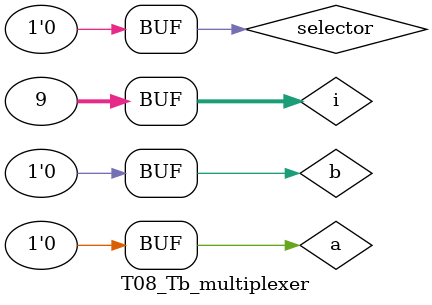
<source format=v>
module T08_Tb_multiplexer;

    reg a, b, selector;
    wire c;
    integer i;

    T08_multiplexer multiplexer (.a(a), .b(b), .selector(selector), .c(c));

    initial begin
        a <= 0;
        b <= 0;
        selector <= 0;

        $monitor("a :%0b b :%0b selector :%0b c :%0b", a, b, selector, c);

        for (i = 0; i <= 8; i = i + 1) begin
            {a, b, selector} = i;
            #10;            
        end
    end    
endmodule
</source>
